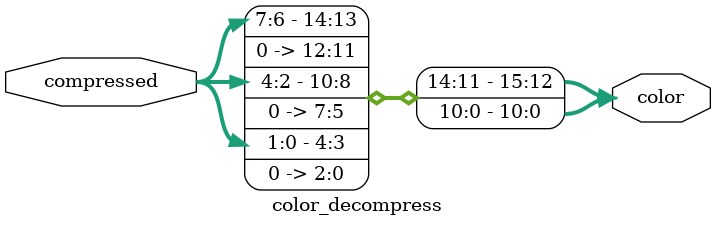
<source format=sv>
module color_decompress(compressed, color);

input [7:0] compressed;
output logic [15:0] color;

always_comb begin : expand
  // F E D C B A 9 8 7 6 5 4 3 2 1 0
  // r r r r r g g g g g g b b b b b
  //                 r r r g g g b b
  // r
  color[15:13] = compressed[7:5];
  color[13:12] = 0;
  // g
  color[10:8] = compressed[4:2];
  color[7:5] = 0;
  // b
  color[4:3] = compressed[1:0];
  color[2:0] = 0;
end

endmodule
</source>
